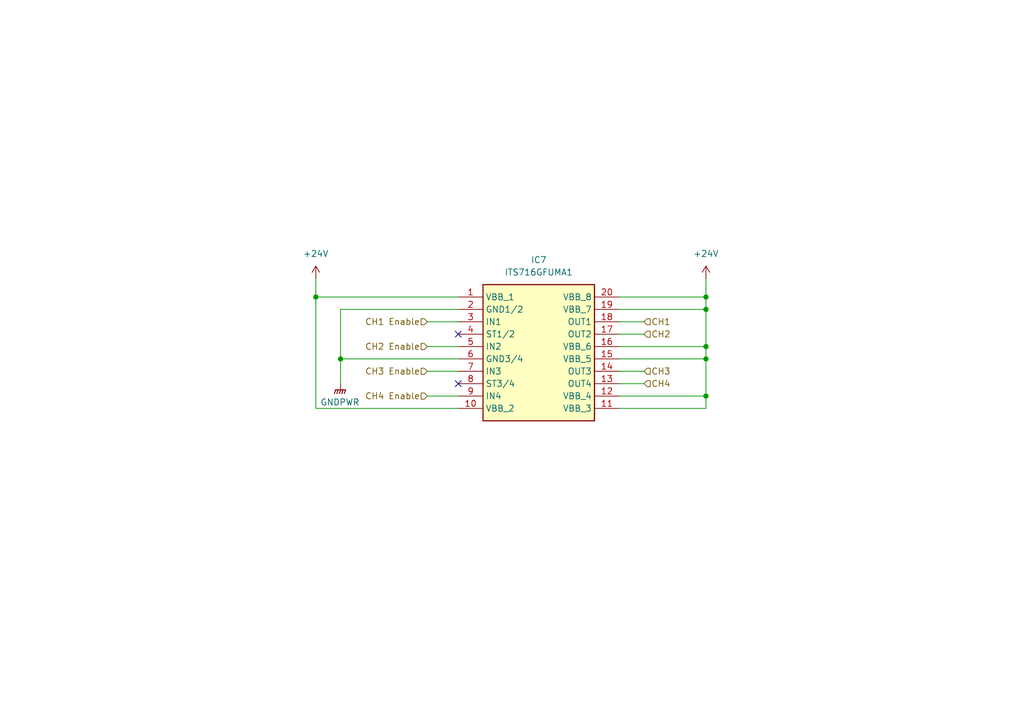
<source format=kicad_sch>
(kicad_sch (version 20231120) (generator "eeschema") (generator_version "8.0")
  (paper "A5")
  (lib_symbols
    (symbol "ITS716GFUMA1:ITS716GFUMA1"
      (property "Reference" "IC" (at 29.21 7.62 0))
      (property "Value" "ITS716GFUMA1" (at 29.21 5.08 0))
      (symbol "ITS716GFUMA1_1_1"
        (rectangle (start 5.08 2.54) (end 27.94 -25.4) (stroke (width 0.254)) (fill (type background)))
        (pin passive line (at 0 0 0) (length 5.08) (name "VBB_1") (number "1"))
        (pin passive line (at 0 -22.86 0) (length 5.08) (name "VBB_2") (number "10"))
        (pin passive line (at 33.02 -22.86 180) (length 5.08) (name "VBB_3") (number "11"))
        (pin passive line (at 33.02 -20.32 180) (length 5.08) (name "VBB_4") (number "12"))
        (pin passive line (at 33.02 -17.78 180) (length 5.08) (name "OUT4") (number "13"))
        (pin passive line (at 33.02 -15.24 180) (length 5.08) (name "OUT3") (number "14"))
        (pin passive line (at 33.02 -12.7 180) (length 5.08) (name "VBB_5") (number "15"))
        (pin passive line (at 33.02 -10.16 180) (length 5.08) (name "VBB_6") (number "16"))
        (pin passive line (at 33.02 -7.62 180) (length 5.08) (name "OUT2") (number "17"))
        (pin passive line (at 33.02 -5.08 180) (length 5.08) (name "OUT1") (number "18"))
        (pin passive line (at 33.02 -2.54 180) (length 5.08) (name "VBB_7") (number "19"))
        (pin passive line (at 0 -2.54 0) (length 5.08) (name "GND1/2") (number "2"))
        (pin passive line (at 33.02 0 180) (length 5.08) (name "VBB_8") (number "20"))
        (pin passive line (at 0 -5.08 0) (length 5.08) (name "IN1") (number "3"))
        (pin passive line (at 0 -7.62 0) (length 5.08) (name "ST1/2") (number "4"))
        (pin passive line (at 0 -10.16 0) (length 5.08) (name "IN2") (number "5"))
        (pin passive line (at 0 -12.7 0) (length 5.08) (name "GND3/4") (number "6"))
        (pin passive line (at 0 -15.24 0) (length 5.08) (name "IN3") (number "7"))
        (pin passive line (at 0 -17.78 0) (length 5.08) (name "ST3/4") (number "8"))
        (pin passive line (at 0 -20.32 0) (length 5.08) (name "IN4") (number "9"))
      )
    )
    (symbol "power:+24V" (power) (pin_numbers hide) (pin_names (offset 0) hide)
      (property "Value" "+24V" (at 0 3.556 0))
      (symbol "+24V_0_1"
        (polyline (pts (xy -0.762 1.27) (xy 0 2.54)))
        (polyline (pts (xy 0 0) (xy 0 2.54)))
        (polyline (pts (xy 0 2.54) (xy 0.762 1.27)))
      )
      (symbol "+24V_1_1"
        (pin power_in line (at 0 0 90) (length 0) (name "~") (number "1"))
      )
    )
    (symbol "power:GNDPWR" (power) (pin_numbers hide) (pin_names (offset 0) hide)
      (property "Value" "GNDPWR" (at 0 -3.302 0))
      (symbol "GNDPWR_0_1"
        (polyline (pts (xy 0 -1.27) (xy 0 0)))
        (polyline (pts (xy -1.016 -1.27) (xy -1.27 -2.032) (xy -1.27 -2.032)) (stroke (width 0.2032)))
        (polyline (pts (xy -0.508 -1.27) (xy -0.762 -2.032) (xy -0.762 -2.032)) (stroke (width 0.2032)))
        (polyline (pts (xy 0 -1.27) (xy -0.254 -2.032) (xy -0.254 -2.032)) (stroke (width 0.2032)))
        (polyline (pts (xy 0.508 -1.27) (xy 0.254 -2.032) (xy 0.254 -2.032)) (stroke (width 0.2032)))
        (polyline (pts (xy 1.016 -1.27) (xy -1.016 -1.27) (xy -1.016 -1.27)) (stroke (width 0.2032)))
        (polyline (pts (xy 1.016 -1.27) (xy 0.762 -2.032) (xy 0.762 -2.032) (xy 0.762 -2.032)) (stroke (width 0.2032)))
      )
      (symbol "GNDPWR_1_1"
        (pin power_in line (at 0 0 270) (length 0) (name "~") (number "1"))
      )
    )
  )
  (junction (at 144.78 71.12))
  (junction (at 144.78 73.66))
  (junction (at 69.85 73.66))
  (junction (at 144.78 60.96))
  (junction (at 144.78 81.28))
  (junction (at 64.77 60.96))
  (junction (at 144.78 63.5))
  (no_connect (at 93.98 78.74))
  (no_connect (at 93.98 68.58))
  (wire (pts (xy 144.78 81.28) (xy 144.78 83.82)))
  (wire (pts (xy 144.78 57.15) (xy 144.78 60.96)))
  (wire (pts (xy 127 81.28) (xy 144.78 81.28)))
  (wire (pts (xy 87.63 81.28) (xy 93.98 81.28)))
  (wire (pts (xy 69.85 73.66) (xy 93.98 73.66)))
  (wire (pts (xy 69.85 73.66) (xy 69.85 78.74)))
  (wire (pts (xy 127 68.58) (xy 132.08 68.58)))
  (wire (pts (xy 127 71.12) (xy 144.78 71.12)))
  (wire (pts (xy 127 73.66) (xy 144.78 73.66)))
  (wire (pts (xy 127 60.96) (xy 144.78 60.96)))
  (wire (pts (xy 93.98 83.82) (xy 64.77 83.82)))
  (wire (pts (xy 69.85 63.5) (xy 69.85 73.66)))
  (wire (pts (xy 64.77 57.15) (xy 64.77 60.96)))
  (wire (pts (xy 144.78 73.66) (xy 144.78 81.28)))
  (wire (pts (xy 127 63.5) (xy 144.78 63.5)))
  (wire (pts (xy 87.63 71.12) (xy 93.98 71.12)))
  (wire (pts (xy 144.78 71.12) (xy 144.78 73.66)))
  (wire (pts (xy 127 76.2) (xy 132.08 76.2)))
  (wire (pts (xy 64.77 60.96) (xy 93.98 60.96)))
  (wire (pts (xy 144.78 60.96) (xy 144.78 63.5)))
  (wire (pts (xy 127 78.74) (xy 132.08 78.74)))
  (wire (pts (xy 127 66.04) (xy 132.08 66.04)))
  (wire (pts (xy 87.63 66.04) (xy 93.98 66.04)))
  (wire (pts (xy 64.77 83.82) (xy 64.77 60.96)))
  (wire (pts (xy 93.98 63.5) (xy 69.85 63.5)))
  (wire (pts (xy 127 83.82) (xy 144.78 83.82)))
  (wire (pts (xy 87.63 76.2) (xy 93.98 76.2)))
  (wire (pts (xy 144.78 63.5) (xy 144.78 71.12)))
  (hierarchical_label "CH1" (shape input) (at 132.08 66.04 0))
  (hierarchical_label "CH4 Enable" (shape input) (at 87.63 81.28 180))
  (hierarchical_label "CH4" (shape input) (at 132.08 78.74 0))
  (hierarchical_label "CH3 Enable" (shape input) (at 87.63 76.2 180))
  (hierarchical_label "CH2 Enable" (shape input) (at 87.63 71.12 180))
  (hierarchical_label "CH2" (shape input) (at 132.08 68.58 0))
  (hierarchical_label "CH1 Enable" (shape input) (at 87.63 66.04 180))
  (hierarchical_label "CH3" (shape input) (at 132.08 76.2 0))
  (symbol (lib_id "power:+24V") (at 64.77 57.15 0) (unit 1)
    (property "Reference" "#PWR031" (effects (hide yes)))
    (property "Value" "+24V" (at 64.77 52.07 0))
    (property "Description" "Power symbol creates a global label with name \"+24V\"" (effects (hide yes)))
    (instances (project "PLC-CIM" (path "" (reference "#PWR031") (unit 1)) (path "" (reference "#PWR034") (unit 1)) (path "" (reference "#PWR037") (unit 1)) (path "" (reference "#PWR040") (unit 1)) (path "" (reference "#PWR043") (unit 1)) (path "" (reference "#PWR046") (unit 1)) (path "" (reference "#PWR049") (unit 1)) (path "" (reference "#PWR052") (unit 1)) (path "" (reference "#PWR028") (unit 1))))
  )
  (symbol (lib_id "ITS716GFUMA1:ITS716GFUMA1") (at 93.98 60.96 0) (unit 1)
    (property "Reference" "IC7" (at 110.49 53.34 0))
    (property "Value" "ITS716GFUMA1" (at 110.49 55.88 0))
    (property "Footprint" "mod:SOIC127P1030X265-20N" (effects (hide yes)))
    (property "Datasheet" "https://www.infineon.com/dgdl/Infineon-ITS716G-DS-v01_01-en.pdf?fileId=db3a304412b407950112b428c2cf3e6d" (effects (hide yes)))
    (property "Description" "Infineon ITS716GFUMA1, Quad Intelligent Power Switch, High Side, 5.3A, 5.5  40V 20-Pin, SOIC" (effects (hide yes)))
    (property "Height" "2.65" (effects (hide yes)))
    (property "Mouser Part Number" "726-ITS716GFUMA1" (effects (hide yes)))
    (property "Mouser Price/Stock" "https://www.mouser.co.uk/ProductDetail/Infineon-Technologies/ITS716GFUMA1?qs=OwbwYO03UsIIE8dlSuo2cA%3D%3D" (effects (hide yes)))
    (property "Manufacturer_Name" "Infineon" (effects (hide yes)))
    (property "Manufacturer_Part_Number" "ITS716GFUMA1" (effects (hide yes)))
    (instances (project "PLC-CIM" (path "" (reference "IC7") (unit 1)) (path "" (reference "IC8") (unit 1)) (path "" (reference "IC9") (unit 1)) (path "" (reference "IC10") (unit 1)) (path "" (reference "IC11") (unit 1)) (path "" (reference "IC12") (unit 1)) (path "" (reference "IC13") (unit 1)) (path "" (reference "IC14") (unit 1)) (path "" (reference "IC6") (unit 1))))
  )
  (symbol (lib_id "power:GNDPWR") (at 69.85 78.74 0) (unit 1)
    (property "Reference" "#PWR032" (effects (hide yes)))
    (property "Value" "GNDPWR" (at 69.723 82.55 0))
    (property "Description" "Power symbol creates a global label with name \"GNDPWR\" , global ground" (effects (hide yes)))
    (instances (project "PLC-CIM" (path "" (reference "#PWR032") (unit 1)) (path "" (reference "#PWR035") (unit 1)) (path "" (reference "#PWR038") (unit 1)) (path "" (reference "#PWR041") (unit 1)) (path "" (reference "#PWR044") (unit 1)) (path "" (reference "#PWR047") (unit 1)) (path "" (reference "#PWR050") (unit 1)) (path "" (reference "#PWR053") (unit 1)) (path "" (reference "#PWR030") (unit 1))))
  )
  (symbol (lib_id "power:+24V") (at 144.78 57.15 0) (unit 1)
    (property "Reference" "#PWR029" (effects (hide yes)))
    (property "Value" "+24V" (at 144.78 52.07 0))
    (property "Description" "Power symbol creates a global label with name \"+24V\"" (effects (hide yes)))
    (instances (project "PLC-CIM" (path "" (reference "#PWR029") (unit 1)) (path "" (reference "#PWR033") (unit 1)) (path "" (reference "#PWR036") (unit 1)) (path "" (reference "#PWR039") (unit 1)) (path "" (reference "#PWR042") (unit 1)) (path "" (reference "#PWR045") (unit 1)) (path "" (reference "#PWR048") (unit 1)) (path "" (reference "#PWR051") (unit 1)) (path "" (reference "#PWR054") (unit 1))))
  )
)
</source>
